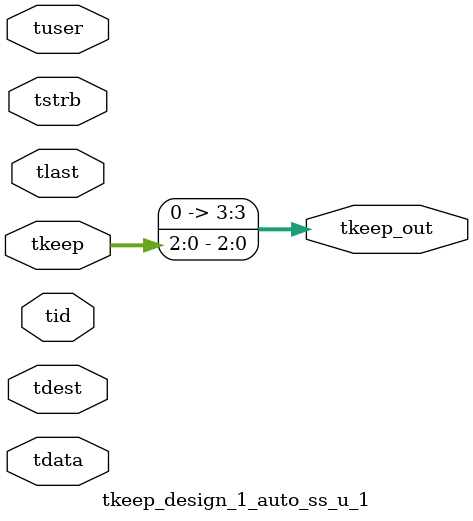
<source format=v>


`timescale 1ps/1ps

module tkeep_design_1_auto_ss_u_1 #
(
parameter C_S_AXIS_TDATA_WIDTH = 32,
parameter C_S_AXIS_TUSER_WIDTH = 0,
parameter C_S_AXIS_TID_WIDTH   = 0,
parameter C_S_AXIS_TDEST_WIDTH = 0,
parameter C_M_AXIS_TDATA_WIDTH = 32
)
(
input  [(C_S_AXIS_TDATA_WIDTH == 0 ? 1 : C_S_AXIS_TDATA_WIDTH)-1:0     ] tdata,
input  [(C_S_AXIS_TUSER_WIDTH == 0 ? 1 : C_S_AXIS_TUSER_WIDTH)-1:0     ] tuser,
input  [(C_S_AXIS_TID_WIDTH   == 0 ? 1 : C_S_AXIS_TID_WIDTH)-1:0       ] tid,
input  [(C_S_AXIS_TDEST_WIDTH == 0 ? 1 : C_S_AXIS_TDEST_WIDTH)-1:0     ] tdest,
input  [(C_S_AXIS_TDATA_WIDTH/8)-1:0 ] tkeep,
input  [(C_S_AXIS_TDATA_WIDTH/8)-1:0 ] tstrb,
input                                                                    tlast,
output [(C_M_AXIS_TDATA_WIDTH/8)-1:0 ] tkeep_out
);

assign tkeep_out = {tkeep[2:0]};

endmodule


</source>
